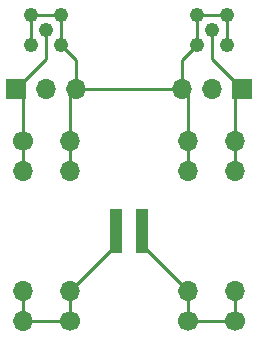
<source format=gbr>
%TF.GenerationSoftware,KiCad,Pcbnew,8.0.9-1.fc41*%
%TF.CreationDate,2025-03-19T11:31:58+02:00*%
%TF.ProjectId,FBK-3mm-TH-Con,46424b2d-336d-46d2-9d54-482d436f6e2e,rev?*%
%TF.SameCoordinates,Original*%
%TF.FileFunction,Copper,L1,Top*%
%TF.FilePolarity,Positive*%
%FSLAX46Y46*%
G04 Gerber Fmt 4.6, Leading zero omitted, Abs format (unit mm)*
G04 Created by KiCad (PCBNEW 8.0.9-1.fc41) date 2025-03-19 11:31:58*
%MOMM*%
%LPD*%
G01*
G04 APERTURE LIST*
%TA.AperFunction,ComponentPad*%
%ADD10C,1.240000*%
%TD*%
%TA.AperFunction,ComponentPad*%
%ADD11R,1.700000X1.700000*%
%TD*%
%TA.AperFunction,ComponentPad*%
%ADD12O,1.700000X1.700000*%
%TD*%
%TA.AperFunction,ComponentPad*%
%ADD13C,1.700000*%
%TD*%
%TA.AperFunction,SMDPad,CuDef*%
%ADD14R,1.000000X3.830000*%
%TD*%
%TA.AperFunction,Conductor*%
%ADD15C,0.250000*%
%TD*%
G04 APERTURE END LIST*
D10*
%TO.P,J-PWR-2,1,Pin_1*%
%TO.N,HV+*%
X143000000Y-83000000D03*
%TO.P,J-PWR-2,2,Pin_2*%
%TO.N,GND*%
X141730000Y-81730000D03*
X141730000Y-84270000D03*
X144270000Y-81730000D03*
X144270000Y-84270000D03*
%TD*%
D11*
%TO.P,J-SIG1,1,Pin_1*%
%TO.N,SIG*%
X159540000Y-88000000D03*
D12*
%TO.P,J-SIG1,2,Pin_2*%
%TO.N,unconnected-(J-SIG1-Pin_2-Pad2)*%
X157000000Y-88000000D03*
%TO.P,J-SIG1,3,Pin_3*%
%TO.N,GND*%
X154460000Y-88000000D03*
%TD*%
D13*
%TO.P,C1,1,+*%
%TO.N,Net-(C1-+)*%
X145000000Y-107620000D03*
D12*
X145000000Y-105080000D03*
%TO.P,C1,2,-*%
%TO.N,GND*%
X145000000Y-94920000D03*
X145000000Y-92380000D03*
%TD*%
D13*
%TO.P,R1,1,+*%
%TO.N,HV+*%
X141000000Y-92380000D03*
D12*
X141000000Y-94920000D03*
%TO.P,R1,2,-*%
%TO.N,Net-(C1-+)*%
X141000000Y-105080000D03*
X141000000Y-107620000D03*
%TD*%
D11*
%TO.P,J-PWR1,1,Pin_1*%
%TO.N,HV+*%
X140460000Y-88000000D03*
D12*
%TO.P,J-PWR1,2,Pin_2*%
%TO.N,unconnected-(J-PWR1-Pin_2-Pad2)*%
X143000000Y-88000000D03*
%TO.P,J-PWR1,3,Pin_3*%
%TO.N,GND*%
X145540000Y-88000000D03*
%TD*%
D13*
%TO.P,R2,1,+*%
%TO.N,Net-(C2-+)*%
X155000000Y-107620000D03*
D12*
X155000000Y-105080000D03*
%TO.P,R2,2,-*%
%TO.N,GND*%
X155000000Y-94920000D03*
X155000000Y-92380000D03*
%TD*%
D10*
%TO.P,J-SIG-2,1,Pin_1*%
%TO.N,SIG*%
X157000000Y-83000000D03*
%TO.P,J-SIG-2,2,Pin_2*%
%TO.N,GND*%
X155730000Y-81730000D03*
X155730000Y-84270000D03*
X158270000Y-81730000D03*
X158270000Y-84270000D03*
%TD*%
D13*
%TO.P,C2,1,+*%
%TO.N,Net-(C2-+)*%
X159000000Y-107620000D03*
D12*
X159000000Y-105080000D03*
%TO.P,C2,2,-*%
%TO.N,SIG*%
X159000000Y-94920000D03*
X159000000Y-92380000D03*
%TD*%
D14*
%TO.P,D1,1,K-*%
%TO.N,Net-(C1-+)*%
X148900000Y-100000000D03*
%TO.P,D1,2,A+*%
%TO.N,Net-(C2-+)*%
X151100000Y-100000000D03*
%TD*%
D15*
%TO.N,GND*%
X155730000Y-81730000D02*
X155730000Y-84270000D01*
X145540000Y-85540000D02*
X145540000Y-88000000D01*
X145000000Y-92380000D02*
X145000000Y-88540000D01*
X155730000Y-84270000D02*
X154460000Y-85540000D01*
X145000000Y-88540000D02*
X145540000Y-88000000D01*
X144270000Y-81730000D02*
X141730000Y-81730000D01*
X158270000Y-84270000D02*
X158270000Y-81730000D01*
X155000000Y-94920000D02*
X155000000Y-92380000D01*
X144270000Y-84270000D02*
X144270000Y-81730000D01*
X144270000Y-84270000D02*
X145540000Y-85540000D01*
X145540000Y-88000000D02*
X154460000Y-88000000D01*
X141730000Y-81730000D02*
X141730000Y-84270000D01*
X155730000Y-81730000D02*
X158270000Y-81730000D01*
X145000000Y-94920000D02*
X145000000Y-92380000D01*
X155000000Y-92380000D02*
X155000000Y-88540000D01*
X155000000Y-88540000D02*
X154460000Y-88000000D01*
X154460000Y-85540000D02*
X154460000Y-88000000D01*
%TO.N,Net-(C1-+)*%
X148900000Y-101180000D02*
X145000000Y-105080000D01*
X141000000Y-107620000D02*
X145000000Y-107620000D01*
X145000000Y-107620000D02*
X145000000Y-105080000D01*
X141000000Y-107620000D02*
X141000000Y-105080000D01*
X148900000Y-100000000D02*
X148900000Y-101180000D01*
%TO.N,Net-(C2-+)*%
X155000000Y-107620000D02*
X159000000Y-107620000D01*
X159000000Y-105080000D02*
X159000000Y-107620000D01*
X151100000Y-100000000D02*
X151100000Y-101180000D01*
X151100000Y-101180000D02*
X155000000Y-105080000D01*
X155000000Y-105080000D02*
X155000000Y-107620000D01*
%TO.N,SIG*%
X157000000Y-85460000D02*
X159540000Y-88000000D01*
X159000000Y-88540000D02*
X159540000Y-88000000D01*
X159000000Y-92380000D02*
X159000000Y-88540000D01*
X159000000Y-94920000D02*
X159000000Y-92380000D01*
X157000000Y-83000000D02*
X157000000Y-85460000D01*
%TO.N,HV+*%
X141000000Y-88540000D02*
X140460000Y-88000000D01*
X141000000Y-92380000D02*
X141000000Y-88540000D01*
X143000000Y-85460000D02*
X140460000Y-88000000D01*
X143000000Y-83000000D02*
X143000000Y-85460000D01*
X141000000Y-94920000D02*
X141000000Y-92380000D01*
%TD*%
M02*

</source>
